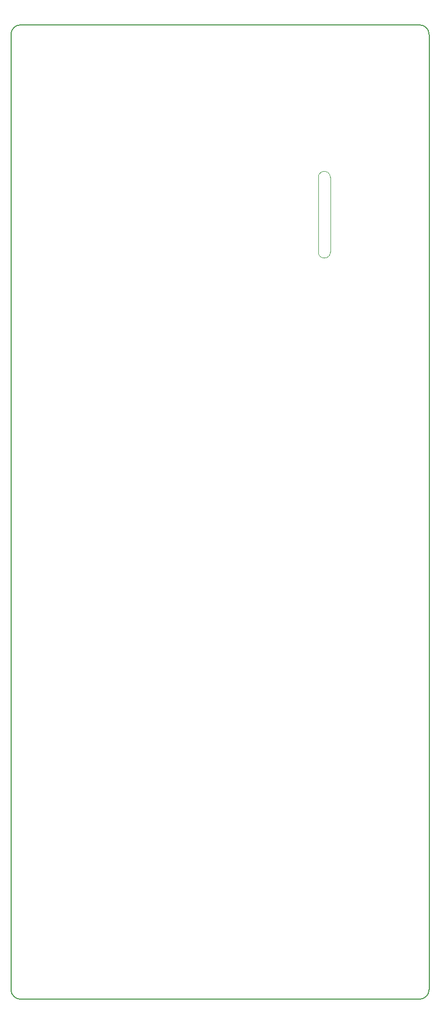
<source format=gbr>
%TF.GenerationSoftware,KiCad,Pcbnew,6.0.2*%
%TF.CreationDate,2022-02-16T12:43:48-06:00*%
%TF.ProjectId,FCB,4643422e-6b69-4636-9164-5f7063625858,A*%
%TF.SameCoordinates,Original*%
%TF.FileFunction,Profile,NP*%
%FSLAX46Y46*%
G04 Gerber Fmt 4.6, Leading zero omitted, Abs format (unit mm)*
G04 Created by KiCad (PCBNEW 6.0.2) date 2022-02-16 12:43:48*
%MOMM*%
%LPD*%
G01*
G04 APERTURE LIST*
%TA.AperFunction,Profile*%
%ADD10C,0.050000*%
%TD*%
%TA.AperFunction,Profile*%
%ADD11C,0.150000*%
%TD*%
G04 APERTURE END LIST*
D10*
X221350000Y-102870000D02*
G75*
G03*
X223350000Y-102870000I1000000J0D01*
G01*
X223350000Y-90420000D02*
G75*
G03*
X221350000Y-90420000I-1000000J0D01*
G01*
X221350000Y-102870000D02*
X221350000Y-90420000D01*
X223350000Y-90420000D02*
X223350000Y-102870000D01*
D11*
X239850000Y-66600000D02*
G75*
G03*
X238250000Y-65000000I-1600000J0D01*
G01*
X170000000Y-225800000D02*
X170000000Y-66600000D01*
X170000000Y-225800000D02*
G75*
G03*
X171600000Y-227400000I1600000J0D01*
G01*
X238250000Y-227400001D02*
G75*
G03*
X239850001Y-225800000I0J1600001D01*
G01*
X239850000Y-66600000D02*
X239850000Y-225800000D01*
X171600000Y-65000000D02*
X238250000Y-65000000D01*
X238250000Y-227400000D02*
X171600000Y-227400000D01*
X171600000Y-65000000D02*
G75*
G03*
X170000000Y-66600000I0J-1600000D01*
G01*
M02*

</source>
